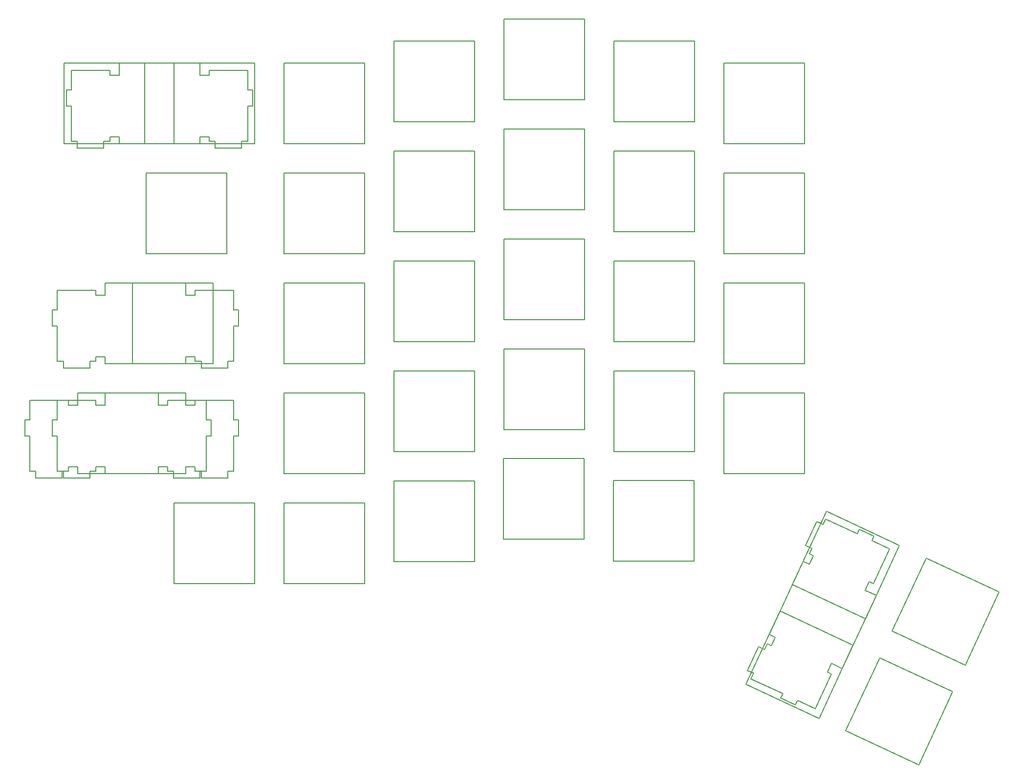
<source format=gbr>
G04 #@! TF.GenerationSoftware,KiCad,Pcbnew,(5.1.5)-3*
G04 #@! TF.CreationDate,2020-01-24T10:20:19+05:30*
G04 #@! TF.ProjectId,ergocape,6572676f-6361-4706-952e-6b696361645f,rev?*
G04 #@! TF.SameCoordinates,Original*
G04 #@! TF.FileFunction,Other,ECO2*
%FSLAX46Y46*%
G04 Gerber Fmt 4.6, Leading zero omitted, Abs format (unit mm)*
G04 Created by KiCad (PCBNEW (5.1.5)-3) date 2020-01-24 10:20:19*
%MOMM*%
%LPD*%
G04 APERTURE LIST*
%ADD10C,0.152400*%
G04 APERTURE END LIST*
D10*
X67310000Y-79717900D02*
X67310000Y-65747900D01*
X53340000Y-79717900D02*
X67310000Y-79717900D01*
X53340000Y-65747900D02*
X53340000Y-79717900D01*
X67310000Y-65747900D02*
X53340000Y-65747900D01*
X62611000Y-48806100D02*
X62611000Y-46697900D01*
X64236600Y-48806100D02*
X62611000Y-48806100D01*
X64236600Y-47993300D02*
X64236600Y-48806100D01*
X70891400Y-47993300D02*
X64236600Y-47993300D01*
X70891400Y-51396900D02*
X70891400Y-47993300D01*
X71755000Y-51396900D02*
X70891400Y-51396900D01*
X71755000Y-54190900D02*
X71755000Y-51396900D01*
X70891400Y-54190900D02*
X71755000Y-54190900D01*
X70891400Y-60286900D02*
X70891400Y-54190900D01*
X69850000Y-60286900D02*
X70891400Y-60286900D01*
X69850000Y-61455300D02*
X69850000Y-60286900D01*
X65278000Y-61455300D02*
X69850000Y-61455300D01*
X65278000Y-60286900D02*
X65278000Y-61455300D01*
X64236600Y-60286900D02*
X65278000Y-60286900D01*
X64236600Y-59499500D02*
X64236600Y-60286900D01*
X62611000Y-59499500D02*
X64236600Y-59499500D01*
X62611000Y-60667900D02*
X62611000Y-59499500D01*
X48641000Y-60667900D02*
X62611000Y-60667900D01*
X48641000Y-59499500D02*
X48641000Y-60667900D01*
X47015400Y-59499500D02*
X48641000Y-59499500D01*
X47015400Y-60286900D02*
X47015400Y-59499500D01*
X45974000Y-60286900D02*
X47015400Y-60286900D01*
X45974000Y-61455300D02*
X45974000Y-60286900D01*
X41402000Y-61455300D02*
X45974000Y-61455300D01*
X41402000Y-60286900D02*
X41402000Y-61455300D01*
X40360600Y-60286900D02*
X41402000Y-60286900D01*
X40360600Y-54190900D02*
X40360600Y-60286900D01*
X39497000Y-54190900D02*
X40360600Y-54190900D01*
X39497000Y-51396900D02*
X39497000Y-54190900D01*
X40360600Y-51396900D02*
X39497000Y-51396900D01*
X40360600Y-47993300D02*
X40360600Y-51396900D01*
X47015400Y-47993300D02*
X40360600Y-47993300D01*
X47015400Y-48806100D02*
X47015400Y-47993300D01*
X48641000Y-48806100D02*
X47015400Y-48806100D01*
X48641000Y-46697900D02*
X48641000Y-48806100D01*
X62611000Y-46697900D02*
X48641000Y-46697900D01*
X55403800Y-105956200D02*
X55403800Y-103848000D01*
X57029400Y-105956200D02*
X55403800Y-105956200D01*
X57029400Y-105143400D02*
X57029400Y-105956200D01*
X63684200Y-105143400D02*
X57029400Y-105143400D01*
X63684200Y-108547000D02*
X63684200Y-105143400D01*
X64547800Y-108547000D02*
X63684200Y-108547000D01*
X64547800Y-111341000D02*
X64547800Y-108547000D01*
X63684200Y-111341000D02*
X64547800Y-111341000D01*
X63684200Y-117437000D02*
X63684200Y-111341000D01*
X62642800Y-117437000D02*
X63684200Y-117437000D01*
X62642800Y-118605400D02*
X62642800Y-117437000D01*
X58070800Y-118605400D02*
X62642800Y-118605400D01*
X58070800Y-117437000D02*
X58070800Y-118605400D01*
X57029400Y-117437000D02*
X58070800Y-117437000D01*
X57029400Y-116649600D02*
X57029400Y-117437000D01*
X55403800Y-116649600D02*
X57029400Y-116649600D01*
X55403800Y-117818000D02*
X55403800Y-116649600D01*
X41433800Y-117818000D02*
X55403800Y-117818000D01*
X41433800Y-116649600D02*
X41433800Y-117818000D01*
X39808200Y-116649600D02*
X41433800Y-116649600D01*
X39808200Y-117437000D02*
X39808200Y-116649600D01*
X38766800Y-117437000D02*
X39808200Y-117437000D01*
X38766800Y-118605400D02*
X38766800Y-117437000D01*
X34194800Y-118605400D02*
X38766800Y-118605400D01*
X34194800Y-117437000D02*
X34194800Y-118605400D01*
X33153400Y-117437000D02*
X34194800Y-117437000D01*
X33153400Y-111341000D02*
X33153400Y-117437000D01*
X32289800Y-111341000D02*
X33153400Y-111341000D01*
X32289800Y-108547000D02*
X32289800Y-111341000D01*
X33153400Y-108547000D02*
X32289800Y-108547000D01*
X33153400Y-105143400D02*
X33153400Y-108547000D01*
X39808200Y-105143400D02*
X33153400Y-105143400D01*
X39808200Y-105956200D02*
X39808200Y-105143400D01*
X41433800Y-105956200D02*
X39808200Y-105956200D01*
X41433800Y-103848000D02*
X41433800Y-105956200D01*
X55403800Y-103848000D02*
X41433800Y-103848000D01*
X77152500Y-60667900D02*
X77152500Y-46697900D01*
X91122500Y-60667900D02*
X77152500Y-60667900D01*
X91122500Y-46697900D02*
X91122500Y-60667900D01*
X77152500Y-46697900D02*
X91122500Y-46697900D01*
X174466452Y-162381571D02*
X180370429Y-149720452D01*
X187127571Y-168285548D02*
X174466452Y-162381571D01*
X193031548Y-155624429D02*
X187127571Y-168285548D01*
X180370429Y-149720452D02*
X193031548Y-155624429D01*
X96203000Y-56857900D02*
X96203000Y-42887900D01*
X110173000Y-56857900D02*
X96203000Y-56857900D01*
X110173000Y-42887900D02*
X110173000Y-56857900D01*
X96203000Y-42887900D02*
X110173000Y-42887900D01*
X115253000Y-53047900D02*
X115253000Y-39077900D01*
X129223000Y-53047900D02*
X115253000Y-53047900D01*
X129223000Y-39077900D02*
X129223000Y-53047900D01*
X115253000Y-39077900D02*
X129223000Y-39077900D01*
X134303000Y-56857900D02*
X134303000Y-42887900D01*
X148273000Y-56857900D02*
X134303000Y-56857900D01*
X148273000Y-42887900D02*
X148273000Y-56857900D01*
X134303000Y-42887900D02*
X148273000Y-42887900D01*
X153353000Y-60667900D02*
X153353000Y-46697900D01*
X167323000Y-60667900D02*
X153353000Y-60667900D01*
X167323000Y-46697900D02*
X167323000Y-60667900D01*
X153353000Y-46697900D02*
X167323000Y-46697900D01*
X77152500Y-98767900D02*
X77152500Y-84797900D01*
X91122500Y-98767900D02*
X77152500Y-98767900D01*
X91122500Y-84797900D02*
X91122500Y-98767900D01*
X77152500Y-84797900D02*
X91122500Y-84797900D01*
X77152500Y-136868000D02*
X77152500Y-122898000D01*
X91122500Y-136868000D02*
X77152500Y-136868000D01*
X91122500Y-122898000D02*
X91122500Y-136868000D01*
X77152500Y-122898000D02*
X91122500Y-122898000D01*
X153353000Y-117818000D02*
X153353000Y-103848000D01*
X167323000Y-117818000D02*
X153353000Y-117818000D01*
X167323000Y-103848000D02*
X167323000Y-117818000D01*
X153353000Y-103848000D02*
X167323000Y-103848000D01*
X115189000Y-129184000D02*
X115189000Y-115214000D01*
X129159000Y-129184000D02*
X115189000Y-129184000D01*
X129159000Y-115214000D02*
X129159000Y-129184000D01*
X115189000Y-115214000D02*
X129159000Y-115214000D01*
X134239000Y-132994000D02*
X134239000Y-119024000D01*
X148209000Y-132994000D02*
X134239000Y-132994000D01*
X148209000Y-119024000D02*
X148209000Y-132994000D01*
X134239000Y-119024000D02*
X148209000Y-119024000D01*
X115253000Y-110198000D02*
X115253000Y-96228000D01*
X129223000Y-110198000D02*
X115253000Y-110198000D01*
X129223000Y-96228000D02*
X129223000Y-110198000D01*
X115253000Y-96228000D02*
X129223000Y-96228000D01*
X50958800Y-98767900D02*
X50958800Y-84797900D01*
X64928800Y-98767900D02*
X50958800Y-98767900D01*
X64928800Y-84797900D02*
X64928800Y-98767900D01*
X50958800Y-84797900D02*
X64928800Y-84797900D01*
X58102500Y-136868000D02*
X58102500Y-122898000D01*
X72072500Y-136868000D02*
X58102500Y-136868000D01*
X72072500Y-122898000D02*
X72072500Y-136868000D01*
X58102500Y-122898000D02*
X72072500Y-122898000D01*
X115253000Y-91147900D02*
X115253000Y-77177900D01*
X129223000Y-91147900D02*
X115253000Y-91147900D01*
X129223000Y-77177900D02*
X129223000Y-91147900D01*
X115253000Y-77177900D02*
X129223000Y-77177900D01*
X115253000Y-72097900D02*
X115253000Y-58127900D01*
X129223000Y-72097900D02*
X115253000Y-72097900D01*
X129223000Y-58127900D02*
X129223000Y-72097900D01*
X115253000Y-58127900D02*
X129223000Y-58127900D01*
X60166200Y-86906100D02*
X60166200Y-84797900D01*
X61791800Y-86906100D02*
X60166200Y-86906100D01*
X61791800Y-86093300D02*
X61791800Y-86906100D01*
X68446600Y-86093300D02*
X61791800Y-86093300D01*
X68446600Y-89496900D02*
X68446600Y-86093300D01*
X69310200Y-89496900D02*
X68446600Y-89496900D01*
X69310200Y-92290900D02*
X69310200Y-89496900D01*
X68446600Y-92290900D02*
X69310200Y-92290900D01*
X68446600Y-98386900D02*
X68446600Y-92290900D01*
X67405200Y-98386900D02*
X68446600Y-98386900D01*
X67405200Y-99555300D02*
X67405200Y-98386900D01*
X62833200Y-99555300D02*
X67405200Y-99555300D01*
X62833200Y-98386900D02*
X62833200Y-99555300D01*
X61791800Y-98386900D02*
X62833200Y-98386900D01*
X61791800Y-97599500D02*
X61791800Y-98386900D01*
X60166200Y-97599500D02*
X61791800Y-97599500D01*
X60166200Y-98767900D02*
X60166200Y-97599500D01*
X46196200Y-98767900D02*
X60166200Y-98767900D01*
X46196200Y-97599500D02*
X46196200Y-98767900D01*
X44570600Y-97599500D02*
X46196200Y-97599500D01*
X44570600Y-98386900D02*
X44570600Y-97599500D01*
X43529200Y-98386900D02*
X44570600Y-98386900D01*
X43529200Y-99555300D02*
X43529200Y-98386900D01*
X38957200Y-99555300D02*
X43529200Y-99555300D01*
X38957200Y-98386900D02*
X38957200Y-99555300D01*
X37915800Y-98386900D02*
X38957200Y-98386900D01*
X37915800Y-92290900D02*
X37915800Y-98386900D01*
X37052200Y-92290900D02*
X37915800Y-92290900D01*
X37052200Y-89496900D02*
X37052200Y-92290900D01*
X37915800Y-89496900D02*
X37052200Y-89496900D01*
X37915800Y-86093300D02*
X37915800Y-89496900D01*
X44570600Y-86093300D02*
X37915800Y-86093300D01*
X44570600Y-86906100D02*
X44570600Y-86093300D01*
X46196200Y-86906100D02*
X44570600Y-86906100D01*
X46196200Y-84797900D02*
X46196200Y-86906100D01*
X60166200Y-84797900D02*
X46196200Y-84797900D01*
X58102500Y-60667900D02*
X58102500Y-46697900D01*
X72072500Y-60667900D02*
X58102500Y-60667900D01*
X72072500Y-46697900D02*
X72072500Y-60667900D01*
X58102500Y-46697900D02*
X72072500Y-46697900D01*
X134303000Y-94957900D02*
X134303000Y-80987900D01*
X148273000Y-94957900D02*
X134303000Y-94957900D01*
X148273000Y-80987900D02*
X148273000Y-94957900D01*
X134303000Y-80987900D02*
X148273000Y-80987900D01*
X153353000Y-98767900D02*
X153353000Y-84797900D01*
X167323000Y-98767900D02*
X153353000Y-98767900D01*
X167323000Y-84797900D02*
X167323000Y-98767900D01*
X153353000Y-84797900D02*
X167323000Y-84797900D01*
X77152500Y-79717900D02*
X77152500Y-65747900D01*
X91122500Y-79717900D02*
X77152500Y-79717900D01*
X91122500Y-65747900D02*
X91122500Y-79717900D01*
X77152500Y-65747900D02*
X91122500Y-65747900D01*
X134303000Y-75907900D02*
X134303000Y-61937900D01*
X148273000Y-75907900D02*
X134303000Y-75907900D01*
X148273000Y-61937900D02*
X148273000Y-75907900D01*
X134303000Y-61937900D02*
X148273000Y-61937900D01*
X96203000Y-94957900D02*
X96203000Y-80987900D01*
X110173000Y-94957900D02*
X96203000Y-94957900D01*
X110173000Y-80987900D02*
X110173000Y-94957900D01*
X96203000Y-80987900D02*
X110173000Y-80987900D01*
X46196200Y-105956200D02*
X46196200Y-103848000D01*
X44570600Y-105956200D02*
X46196200Y-105956200D01*
X44570600Y-105143400D02*
X44570600Y-105956200D01*
X37915800Y-105143400D02*
X44570600Y-105143400D01*
X37915800Y-108547000D02*
X37915800Y-105143400D01*
X37052200Y-108547000D02*
X37915800Y-108547000D01*
X37052200Y-111341000D02*
X37052200Y-108547000D01*
X37915800Y-111341000D02*
X37052200Y-111341000D01*
X37915800Y-117437000D02*
X37915800Y-111341000D01*
X38957200Y-117437000D02*
X37915800Y-117437000D01*
X38957200Y-118605400D02*
X38957200Y-117437000D01*
X43529200Y-118605400D02*
X38957200Y-118605400D01*
X43529200Y-117437000D02*
X43529200Y-118605400D01*
X44570600Y-117437000D02*
X43529200Y-117437000D01*
X44570600Y-116649600D02*
X44570600Y-117437000D01*
X46196200Y-116649600D02*
X44570600Y-116649600D01*
X46196200Y-117818000D02*
X46196200Y-116649600D01*
X60166200Y-117818000D02*
X46196200Y-117818000D01*
X60166200Y-116649600D02*
X60166200Y-117818000D01*
X61791800Y-116649600D02*
X60166200Y-116649600D01*
X61791800Y-117437000D02*
X61791800Y-116649600D01*
X62833200Y-117437000D02*
X61791800Y-117437000D01*
X62833200Y-118605400D02*
X62833200Y-117437000D01*
X67405200Y-118605400D02*
X62833200Y-118605400D01*
X67405200Y-117437000D02*
X67405200Y-118605400D01*
X68446600Y-117437000D02*
X67405200Y-117437000D01*
X68446600Y-111341000D02*
X68446600Y-117437000D01*
X69310200Y-111341000D02*
X68446600Y-111341000D01*
X69310200Y-108547000D02*
X69310200Y-111341000D01*
X68446600Y-108547000D02*
X69310200Y-108547000D01*
X68446600Y-105143400D02*
X68446600Y-108547000D01*
X61791800Y-105143400D02*
X68446600Y-105143400D01*
X61791800Y-105956200D02*
X61791800Y-105143400D01*
X60166200Y-105956200D02*
X61791800Y-105956200D01*
X60166200Y-103848000D02*
X60166200Y-105956200D01*
X46196200Y-103848000D02*
X60166200Y-103848000D01*
X153353000Y-79717900D02*
X153353000Y-65747900D01*
X167323000Y-79717900D02*
X153353000Y-79717900D01*
X167323000Y-65747900D02*
X167323000Y-79717900D01*
X153353000Y-65747900D02*
X167323000Y-65747900D01*
X182516452Y-145116571D02*
X188420429Y-132455452D01*
X195177571Y-151020548D02*
X182516452Y-145116571D01*
X201081548Y-138359429D02*
X195177571Y-151020548D01*
X188420429Y-132455452D02*
X201081548Y-138359429D01*
X134303000Y-114008000D02*
X134303000Y-100038000D01*
X148273000Y-114008000D02*
X134303000Y-114008000D01*
X148273000Y-100038000D02*
X148273000Y-114008000D01*
X134303000Y-100038000D02*
X148273000Y-100038000D01*
X96203000Y-75907900D02*
X96203000Y-61937900D01*
X110173000Y-75907900D02*
X96203000Y-75907900D01*
X110173000Y-61937900D02*
X110173000Y-75907900D01*
X96203000Y-61937900D02*
X110173000Y-61937900D01*
X96203000Y-133058000D02*
X96203000Y-119088000D01*
X110173000Y-133058000D02*
X96203000Y-133058000D01*
X110173000Y-119088000D02*
X110173000Y-133058000D01*
X96203000Y-119088000D02*
X110173000Y-119088000D01*
X96203000Y-114008000D02*
X96203000Y-100038000D01*
X110173000Y-114008000D02*
X96203000Y-114008000D01*
X110173000Y-100038000D02*
X110173000Y-114008000D01*
X96203000Y-100038000D02*
X110173000Y-100038000D01*
X77152500Y-117818000D02*
X77152500Y-103848000D01*
X91122500Y-117818000D02*
X77152500Y-117818000D01*
X91122500Y-103848000D02*
X91122500Y-117818000D01*
X77152500Y-103848000D02*
X91122500Y-103848000D01*
X165239452Y-137053571D02*
X171143429Y-124392452D01*
X177900571Y-142957548D02*
X165239452Y-137053571D01*
X183804548Y-130296429D02*
X177900571Y-142957548D01*
X171143429Y-124392452D02*
X183804548Y-130296429D01*
X175753548Y-147561429D02*
X169849571Y-160222548D01*
X163092429Y-141657452D02*
X175753548Y-147561429D01*
X157188452Y-154318571D02*
X163092429Y-141657452D01*
X169849571Y-160222548D02*
X157188452Y-154318571D01*
X177880870Y-138049465D02*
X179791548Y-138940429D01*
X178567879Y-136576171D02*
X177880870Y-138049465D01*
X179304526Y-136919675D02*
X178567879Y-136576171D01*
X182116966Y-130888378D02*
X179304526Y-136919675D01*
X179032256Y-129449954D02*
X182116966Y-130888378D01*
X179397230Y-128667267D02*
X179032256Y-129449954D01*
X176865006Y-127486472D02*
X179397230Y-128667267D01*
X176500032Y-128269159D02*
X176865006Y-127486472D01*
X170975180Y-125692878D02*
X176500032Y-128269159D01*
X170535066Y-126636707D02*
X170975180Y-125692878D01*
X169476136Y-126142920D02*
X170535066Y-126636707D01*
X167543925Y-130286559D02*
X169476136Y-126142920D01*
X168602855Y-130780346D02*
X167543925Y-130286559D01*
X168162740Y-131724175D02*
X168602855Y-130780346D01*
X168876367Y-132056945D02*
X168162740Y-131724175D01*
X168189359Y-133530239D02*
X168876367Y-132056945D01*
X167130429Y-133036452D02*
X168189359Y-133530239D01*
X161226452Y-145697571D02*
X167130429Y-133036452D01*
X162285382Y-146191359D02*
X161226452Y-145697571D01*
X161598373Y-147664652D02*
X162285382Y-146191359D01*
X160884747Y-147331883D02*
X161598373Y-147664652D01*
X160444632Y-148275712D02*
X160884747Y-147331883D01*
X159385702Y-147781925D02*
X160444632Y-148275712D01*
X157453491Y-151925564D02*
X159385702Y-147781925D01*
X158512421Y-152419351D02*
X157453491Y-151925564D01*
X158072307Y-153363180D02*
X158512421Y-152419351D01*
X163597159Y-155939461D02*
X158072307Y-153363180D01*
X163232186Y-156722148D02*
X163597159Y-155939461D01*
X165764410Y-157902944D02*
X163232186Y-156722148D01*
X166129383Y-157120256D02*
X165764410Y-157902944D01*
X169214092Y-158558680D02*
X166129383Y-157120256D01*
X172026532Y-152527383D02*
X169214092Y-158558680D01*
X171289885Y-152183879D02*
X172026532Y-152527383D01*
X171976893Y-150710585D02*
X171289885Y-152183879D01*
X173887571Y-151601548D02*
X171976893Y-150710585D01*
X179791548Y-138940429D02*
X173887571Y-151601548D01*
X39065200Y-60680600D02*
X39065200Y-46710600D01*
X53035200Y-60680600D02*
X39065200Y-60680600D01*
X53035200Y-46710600D02*
X53035200Y-60680600D01*
X39065200Y-46710600D02*
X53035200Y-46710600D01*
M02*

</source>
